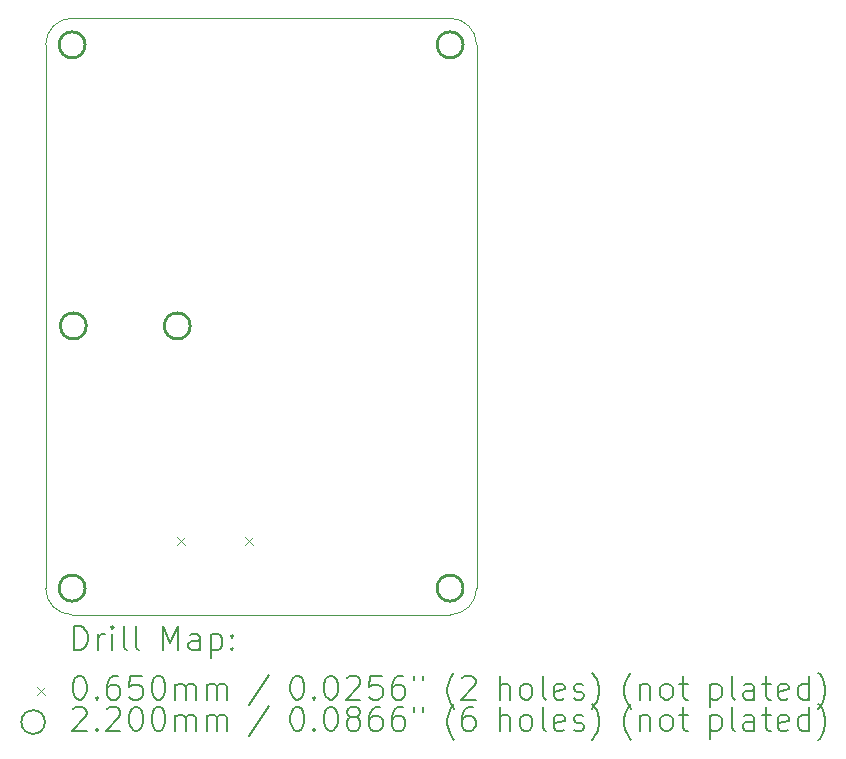
<source format=gbr>
%TF.GenerationSoftware,KiCad,Pcbnew,(7.0.0)*%
%TF.CreationDate,2023-04-23T17:01:31-07:00*%
%TF.ProjectId,boostdriver-al8853,626f6f73-7464-4726-9976-65722d616c38,1*%
%TF.SameCoordinates,Original*%
%TF.FileFunction,Drillmap*%
%TF.FilePolarity,Positive*%
%FSLAX45Y45*%
G04 Gerber Fmt 4.5, Leading zero omitted, Abs format (unit mm)*
G04 Created by KiCad (PCBNEW (7.0.0)) date 2023-04-23 17:01:31*
%MOMM*%
%LPD*%
G01*
G04 APERTURE LIST*
%ADD10C,0.100000*%
%ADD11C,0.200000*%
%ADD12C,0.065000*%
%ADD13C,0.220000*%
G04 APERTURE END LIST*
D10*
X13600000Y-6175000D02*
G75*
G03*
X13375000Y-6400000I0J-225000D01*
G01*
X17025000Y-11000000D02*
X17025000Y-6400000D01*
X17025000Y-6400000D02*
G75*
G03*
X16800000Y-6175000I-225000J0D01*
G01*
X16800000Y-11225000D02*
X13600000Y-11225000D01*
X16800000Y-11225000D02*
G75*
G03*
X17025000Y-11000000I0J225000D01*
G01*
X16800000Y-6175000D02*
X13600000Y-6175000D01*
X13375000Y-11000000D02*
G75*
G03*
X13600000Y-11225000I225000J0D01*
G01*
X13375000Y-11000000D02*
X13375000Y-6400000D01*
D11*
D12*
X14488500Y-10567000D02*
X14553500Y-10632000D01*
X14553500Y-10567000D02*
X14488500Y-10632000D01*
X15066500Y-10567000D02*
X15131500Y-10632000D01*
X15131500Y-10567000D02*
X15066500Y-10632000D01*
D13*
X13710000Y-6400000D02*
G75*
G03*
X13710000Y-6400000I-110000J0D01*
G01*
X13710000Y-11000000D02*
G75*
G03*
X13710000Y-11000000I-110000J0D01*
G01*
X13720000Y-8780000D02*
G75*
G03*
X13720000Y-8780000I-110000J0D01*
G01*
X14600000Y-8780000D02*
G75*
G03*
X14600000Y-8780000I-110000J0D01*
G01*
X16910000Y-6400000D02*
G75*
G03*
X16910000Y-6400000I-110000J0D01*
G01*
X16910000Y-11000000D02*
G75*
G03*
X16910000Y-11000000I-110000J0D01*
G01*
D11*
X13617619Y-11523476D02*
X13617619Y-11323476D01*
X13617619Y-11323476D02*
X13665238Y-11323476D01*
X13665238Y-11323476D02*
X13693809Y-11333000D01*
X13693809Y-11333000D02*
X13712857Y-11352048D01*
X13712857Y-11352048D02*
X13722381Y-11371095D01*
X13722381Y-11371095D02*
X13731905Y-11409190D01*
X13731905Y-11409190D02*
X13731905Y-11437762D01*
X13731905Y-11437762D02*
X13722381Y-11475857D01*
X13722381Y-11475857D02*
X13712857Y-11494905D01*
X13712857Y-11494905D02*
X13693809Y-11513952D01*
X13693809Y-11513952D02*
X13665238Y-11523476D01*
X13665238Y-11523476D02*
X13617619Y-11523476D01*
X13817619Y-11523476D02*
X13817619Y-11390143D01*
X13817619Y-11428238D02*
X13827143Y-11409190D01*
X13827143Y-11409190D02*
X13836667Y-11399667D01*
X13836667Y-11399667D02*
X13855714Y-11390143D01*
X13855714Y-11390143D02*
X13874762Y-11390143D01*
X13941428Y-11523476D02*
X13941428Y-11390143D01*
X13941428Y-11323476D02*
X13931905Y-11333000D01*
X13931905Y-11333000D02*
X13941428Y-11342524D01*
X13941428Y-11342524D02*
X13950952Y-11333000D01*
X13950952Y-11333000D02*
X13941428Y-11323476D01*
X13941428Y-11323476D02*
X13941428Y-11342524D01*
X14065238Y-11523476D02*
X14046190Y-11513952D01*
X14046190Y-11513952D02*
X14036667Y-11494905D01*
X14036667Y-11494905D02*
X14036667Y-11323476D01*
X14170000Y-11523476D02*
X14150952Y-11513952D01*
X14150952Y-11513952D02*
X14141428Y-11494905D01*
X14141428Y-11494905D02*
X14141428Y-11323476D01*
X14366190Y-11523476D02*
X14366190Y-11323476D01*
X14366190Y-11323476D02*
X14432857Y-11466333D01*
X14432857Y-11466333D02*
X14499524Y-11323476D01*
X14499524Y-11323476D02*
X14499524Y-11523476D01*
X14680476Y-11523476D02*
X14680476Y-11418714D01*
X14680476Y-11418714D02*
X14670952Y-11399667D01*
X14670952Y-11399667D02*
X14651905Y-11390143D01*
X14651905Y-11390143D02*
X14613809Y-11390143D01*
X14613809Y-11390143D02*
X14594762Y-11399667D01*
X14680476Y-11513952D02*
X14661428Y-11523476D01*
X14661428Y-11523476D02*
X14613809Y-11523476D01*
X14613809Y-11523476D02*
X14594762Y-11513952D01*
X14594762Y-11513952D02*
X14585238Y-11494905D01*
X14585238Y-11494905D02*
X14585238Y-11475857D01*
X14585238Y-11475857D02*
X14594762Y-11456809D01*
X14594762Y-11456809D02*
X14613809Y-11447286D01*
X14613809Y-11447286D02*
X14661428Y-11447286D01*
X14661428Y-11447286D02*
X14680476Y-11437762D01*
X14775714Y-11390143D02*
X14775714Y-11590143D01*
X14775714Y-11399667D02*
X14794762Y-11390143D01*
X14794762Y-11390143D02*
X14832857Y-11390143D01*
X14832857Y-11390143D02*
X14851905Y-11399667D01*
X14851905Y-11399667D02*
X14861428Y-11409190D01*
X14861428Y-11409190D02*
X14870952Y-11428238D01*
X14870952Y-11428238D02*
X14870952Y-11485381D01*
X14870952Y-11485381D02*
X14861428Y-11504428D01*
X14861428Y-11504428D02*
X14851905Y-11513952D01*
X14851905Y-11513952D02*
X14832857Y-11523476D01*
X14832857Y-11523476D02*
X14794762Y-11523476D01*
X14794762Y-11523476D02*
X14775714Y-11513952D01*
X14956667Y-11504428D02*
X14966190Y-11513952D01*
X14966190Y-11513952D02*
X14956667Y-11523476D01*
X14956667Y-11523476D02*
X14947143Y-11513952D01*
X14947143Y-11513952D02*
X14956667Y-11504428D01*
X14956667Y-11504428D02*
X14956667Y-11523476D01*
X14956667Y-11399667D02*
X14966190Y-11409190D01*
X14966190Y-11409190D02*
X14956667Y-11418714D01*
X14956667Y-11418714D02*
X14947143Y-11409190D01*
X14947143Y-11409190D02*
X14956667Y-11399667D01*
X14956667Y-11399667D02*
X14956667Y-11418714D01*
D12*
X13305000Y-11837500D02*
X13370000Y-11902500D01*
X13370000Y-11837500D02*
X13305000Y-11902500D01*
D11*
X13655714Y-11743476D02*
X13674762Y-11743476D01*
X13674762Y-11743476D02*
X13693809Y-11753000D01*
X13693809Y-11753000D02*
X13703333Y-11762524D01*
X13703333Y-11762524D02*
X13712857Y-11781571D01*
X13712857Y-11781571D02*
X13722381Y-11819667D01*
X13722381Y-11819667D02*
X13722381Y-11867286D01*
X13722381Y-11867286D02*
X13712857Y-11905381D01*
X13712857Y-11905381D02*
X13703333Y-11924428D01*
X13703333Y-11924428D02*
X13693809Y-11933952D01*
X13693809Y-11933952D02*
X13674762Y-11943476D01*
X13674762Y-11943476D02*
X13655714Y-11943476D01*
X13655714Y-11943476D02*
X13636667Y-11933952D01*
X13636667Y-11933952D02*
X13627143Y-11924428D01*
X13627143Y-11924428D02*
X13617619Y-11905381D01*
X13617619Y-11905381D02*
X13608095Y-11867286D01*
X13608095Y-11867286D02*
X13608095Y-11819667D01*
X13608095Y-11819667D02*
X13617619Y-11781571D01*
X13617619Y-11781571D02*
X13627143Y-11762524D01*
X13627143Y-11762524D02*
X13636667Y-11753000D01*
X13636667Y-11753000D02*
X13655714Y-11743476D01*
X13808095Y-11924428D02*
X13817619Y-11933952D01*
X13817619Y-11933952D02*
X13808095Y-11943476D01*
X13808095Y-11943476D02*
X13798571Y-11933952D01*
X13798571Y-11933952D02*
X13808095Y-11924428D01*
X13808095Y-11924428D02*
X13808095Y-11943476D01*
X13989048Y-11743476D02*
X13950952Y-11743476D01*
X13950952Y-11743476D02*
X13931905Y-11753000D01*
X13931905Y-11753000D02*
X13922381Y-11762524D01*
X13922381Y-11762524D02*
X13903333Y-11791095D01*
X13903333Y-11791095D02*
X13893809Y-11829190D01*
X13893809Y-11829190D02*
X13893809Y-11905381D01*
X13893809Y-11905381D02*
X13903333Y-11924428D01*
X13903333Y-11924428D02*
X13912857Y-11933952D01*
X13912857Y-11933952D02*
X13931905Y-11943476D01*
X13931905Y-11943476D02*
X13970000Y-11943476D01*
X13970000Y-11943476D02*
X13989048Y-11933952D01*
X13989048Y-11933952D02*
X13998571Y-11924428D01*
X13998571Y-11924428D02*
X14008095Y-11905381D01*
X14008095Y-11905381D02*
X14008095Y-11857762D01*
X14008095Y-11857762D02*
X13998571Y-11838714D01*
X13998571Y-11838714D02*
X13989048Y-11829190D01*
X13989048Y-11829190D02*
X13970000Y-11819667D01*
X13970000Y-11819667D02*
X13931905Y-11819667D01*
X13931905Y-11819667D02*
X13912857Y-11829190D01*
X13912857Y-11829190D02*
X13903333Y-11838714D01*
X13903333Y-11838714D02*
X13893809Y-11857762D01*
X14189048Y-11743476D02*
X14093809Y-11743476D01*
X14093809Y-11743476D02*
X14084286Y-11838714D01*
X14084286Y-11838714D02*
X14093809Y-11829190D01*
X14093809Y-11829190D02*
X14112857Y-11819667D01*
X14112857Y-11819667D02*
X14160476Y-11819667D01*
X14160476Y-11819667D02*
X14179524Y-11829190D01*
X14179524Y-11829190D02*
X14189048Y-11838714D01*
X14189048Y-11838714D02*
X14198571Y-11857762D01*
X14198571Y-11857762D02*
X14198571Y-11905381D01*
X14198571Y-11905381D02*
X14189048Y-11924428D01*
X14189048Y-11924428D02*
X14179524Y-11933952D01*
X14179524Y-11933952D02*
X14160476Y-11943476D01*
X14160476Y-11943476D02*
X14112857Y-11943476D01*
X14112857Y-11943476D02*
X14093809Y-11933952D01*
X14093809Y-11933952D02*
X14084286Y-11924428D01*
X14322381Y-11743476D02*
X14341429Y-11743476D01*
X14341429Y-11743476D02*
X14360476Y-11753000D01*
X14360476Y-11753000D02*
X14370000Y-11762524D01*
X14370000Y-11762524D02*
X14379524Y-11781571D01*
X14379524Y-11781571D02*
X14389048Y-11819667D01*
X14389048Y-11819667D02*
X14389048Y-11867286D01*
X14389048Y-11867286D02*
X14379524Y-11905381D01*
X14379524Y-11905381D02*
X14370000Y-11924428D01*
X14370000Y-11924428D02*
X14360476Y-11933952D01*
X14360476Y-11933952D02*
X14341429Y-11943476D01*
X14341429Y-11943476D02*
X14322381Y-11943476D01*
X14322381Y-11943476D02*
X14303333Y-11933952D01*
X14303333Y-11933952D02*
X14293809Y-11924428D01*
X14293809Y-11924428D02*
X14284286Y-11905381D01*
X14284286Y-11905381D02*
X14274762Y-11867286D01*
X14274762Y-11867286D02*
X14274762Y-11819667D01*
X14274762Y-11819667D02*
X14284286Y-11781571D01*
X14284286Y-11781571D02*
X14293809Y-11762524D01*
X14293809Y-11762524D02*
X14303333Y-11753000D01*
X14303333Y-11753000D02*
X14322381Y-11743476D01*
X14474762Y-11943476D02*
X14474762Y-11810143D01*
X14474762Y-11829190D02*
X14484286Y-11819667D01*
X14484286Y-11819667D02*
X14503333Y-11810143D01*
X14503333Y-11810143D02*
X14531905Y-11810143D01*
X14531905Y-11810143D02*
X14550952Y-11819667D01*
X14550952Y-11819667D02*
X14560476Y-11838714D01*
X14560476Y-11838714D02*
X14560476Y-11943476D01*
X14560476Y-11838714D02*
X14570000Y-11819667D01*
X14570000Y-11819667D02*
X14589048Y-11810143D01*
X14589048Y-11810143D02*
X14617619Y-11810143D01*
X14617619Y-11810143D02*
X14636667Y-11819667D01*
X14636667Y-11819667D02*
X14646190Y-11838714D01*
X14646190Y-11838714D02*
X14646190Y-11943476D01*
X14741429Y-11943476D02*
X14741429Y-11810143D01*
X14741429Y-11829190D02*
X14750952Y-11819667D01*
X14750952Y-11819667D02*
X14770000Y-11810143D01*
X14770000Y-11810143D02*
X14798571Y-11810143D01*
X14798571Y-11810143D02*
X14817619Y-11819667D01*
X14817619Y-11819667D02*
X14827143Y-11838714D01*
X14827143Y-11838714D02*
X14827143Y-11943476D01*
X14827143Y-11838714D02*
X14836667Y-11819667D01*
X14836667Y-11819667D02*
X14855714Y-11810143D01*
X14855714Y-11810143D02*
X14884286Y-11810143D01*
X14884286Y-11810143D02*
X14903333Y-11819667D01*
X14903333Y-11819667D02*
X14912857Y-11838714D01*
X14912857Y-11838714D02*
X14912857Y-11943476D01*
X15270952Y-11733952D02*
X15099524Y-11991095D01*
X15495714Y-11743476D02*
X15514762Y-11743476D01*
X15514762Y-11743476D02*
X15533810Y-11753000D01*
X15533810Y-11753000D02*
X15543333Y-11762524D01*
X15543333Y-11762524D02*
X15552857Y-11781571D01*
X15552857Y-11781571D02*
X15562381Y-11819667D01*
X15562381Y-11819667D02*
X15562381Y-11867286D01*
X15562381Y-11867286D02*
X15552857Y-11905381D01*
X15552857Y-11905381D02*
X15543333Y-11924428D01*
X15543333Y-11924428D02*
X15533810Y-11933952D01*
X15533810Y-11933952D02*
X15514762Y-11943476D01*
X15514762Y-11943476D02*
X15495714Y-11943476D01*
X15495714Y-11943476D02*
X15476667Y-11933952D01*
X15476667Y-11933952D02*
X15467143Y-11924428D01*
X15467143Y-11924428D02*
X15457619Y-11905381D01*
X15457619Y-11905381D02*
X15448095Y-11867286D01*
X15448095Y-11867286D02*
X15448095Y-11819667D01*
X15448095Y-11819667D02*
X15457619Y-11781571D01*
X15457619Y-11781571D02*
X15467143Y-11762524D01*
X15467143Y-11762524D02*
X15476667Y-11753000D01*
X15476667Y-11753000D02*
X15495714Y-11743476D01*
X15648095Y-11924428D02*
X15657619Y-11933952D01*
X15657619Y-11933952D02*
X15648095Y-11943476D01*
X15648095Y-11943476D02*
X15638571Y-11933952D01*
X15638571Y-11933952D02*
X15648095Y-11924428D01*
X15648095Y-11924428D02*
X15648095Y-11943476D01*
X15781429Y-11743476D02*
X15800476Y-11743476D01*
X15800476Y-11743476D02*
X15819524Y-11753000D01*
X15819524Y-11753000D02*
X15829048Y-11762524D01*
X15829048Y-11762524D02*
X15838571Y-11781571D01*
X15838571Y-11781571D02*
X15848095Y-11819667D01*
X15848095Y-11819667D02*
X15848095Y-11867286D01*
X15848095Y-11867286D02*
X15838571Y-11905381D01*
X15838571Y-11905381D02*
X15829048Y-11924428D01*
X15829048Y-11924428D02*
X15819524Y-11933952D01*
X15819524Y-11933952D02*
X15800476Y-11943476D01*
X15800476Y-11943476D02*
X15781429Y-11943476D01*
X15781429Y-11943476D02*
X15762381Y-11933952D01*
X15762381Y-11933952D02*
X15752857Y-11924428D01*
X15752857Y-11924428D02*
X15743333Y-11905381D01*
X15743333Y-11905381D02*
X15733810Y-11867286D01*
X15733810Y-11867286D02*
X15733810Y-11819667D01*
X15733810Y-11819667D02*
X15743333Y-11781571D01*
X15743333Y-11781571D02*
X15752857Y-11762524D01*
X15752857Y-11762524D02*
X15762381Y-11753000D01*
X15762381Y-11753000D02*
X15781429Y-11743476D01*
X15924286Y-11762524D02*
X15933810Y-11753000D01*
X15933810Y-11753000D02*
X15952857Y-11743476D01*
X15952857Y-11743476D02*
X16000476Y-11743476D01*
X16000476Y-11743476D02*
X16019524Y-11753000D01*
X16019524Y-11753000D02*
X16029048Y-11762524D01*
X16029048Y-11762524D02*
X16038571Y-11781571D01*
X16038571Y-11781571D02*
X16038571Y-11800619D01*
X16038571Y-11800619D02*
X16029048Y-11829190D01*
X16029048Y-11829190D02*
X15914762Y-11943476D01*
X15914762Y-11943476D02*
X16038571Y-11943476D01*
X16219524Y-11743476D02*
X16124286Y-11743476D01*
X16124286Y-11743476D02*
X16114762Y-11838714D01*
X16114762Y-11838714D02*
X16124286Y-11829190D01*
X16124286Y-11829190D02*
X16143333Y-11819667D01*
X16143333Y-11819667D02*
X16190952Y-11819667D01*
X16190952Y-11819667D02*
X16210000Y-11829190D01*
X16210000Y-11829190D02*
X16219524Y-11838714D01*
X16219524Y-11838714D02*
X16229048Y-11857762D01*
X16229048Y-11857762D02*
X16229048Y-11905381D01*
X16229048Y-11905381D02*
X16219524Y-11924428D01*
X16219524Y-11924428D02*
X16210000Y-11933952D01*
X16210000Y-11933952D02*
X16190952Y-11943476D01*
X16190952Y-11943476D02*
X16143333Y-11943476D01*
X16143333Y-11943476D02*
X16124286Y-11933952D01*
X16124286Y-11933952D02*
X16114762Y-11924428D01*
X16400476Y-11743476D02*
X16362381Y-11743476D01*
X16362381Y-11743476D02*
X16343333Y-11753000D01*
X16343333Y-11753000D02*
X16333810Y-11762524D01*
X16333810Y-11762524D02*
X16314762Y-11791095D01*
X16314762Y-11791095D02*
X16305238Y-11829190D01*
X16305238Y-11829190D02*
X16305238Y-11905381D01*
X16305238Y-11905381D02*
X16314762Y-11924428D01*
X16314762Y-11924428D02*
X16324286Y-11933952D01*
X16324286Y-11933952D02*
X16343333Y-11943476D01*
X16343333Y-11943476D02*
X16381429Y-11943476D01*
X16381429Y-11943476D02*
X16400476Y-11933952D01*
X16400476Y-11933952D02*
X16410000Y-11924428D01*
X16410000Y-11924428D02*
X16419524Y-11905381D01*
X16419524Y-11905381D02*
X16419524Y-11857762D01*
X16419524Y-11857762D02*
X16410000Y-11838714D01*
X16410000Y-11838714D02*
X16400476Y-11829190D01*
X16400476Y-11829190D02*
X16381429Y-11819667D01*
X16381429Y-11819667D02*
X16343333Y-11819667D01*
X16343333Y-11819667D02*
X16324286Y-11829190D01*
X16324286Y-11829190D02*
X16314762Y-11838714D01*
X16314762Y-11838714D02*
X16305238Y-11857762D01*
X16495714Y-11743476D02*
X16495714Y-11781571D01*
X16571905Y-11743476D02*
X16571905Y-11781571D01*
X16834762Y-12019667D02*
X16825238Y-12010143D01*
X16825238Y-12010143D02*
X16806191Y-11981571D01*
X16806191Y-11981571D02*
X16796667Y-11962524D01*
X16796667Y-11962524D02*
X16787143Y-11933952D01*
X16787143Y-11933952D02*
X16777619Y-11886333D01*
X16777619Y-11886333D02*
X16777619Y-11848238D01*
X16777619Y-11848238D02*
X16787143Y-11800619D01*
X16787143Y-11800619D02*
X16796667Y-11772048D01*
X16796667Y-11772048D02*
X16806191Y-11753000D01*
X16806191Y-11753000D02*
X16825238Y-11724428D01*
X16825238Y-11724428D02*
X16834762Y-11714905D01*
X16901429Y-11762524D02*
X16910953Y-11753000D01*
X16910953Y-11753000D02*
X16930000Y-11743476D01*
X16930000Y-11743476D02*
X16977619Y-11743476D01*
X16977619Y-11743476D02*
X16996667Y-11753000D01*
X16996667Y-11753000D02*
X17006191Y-11762524D01*
X17006191Y-11762524D02*
X17015714Y-11781571D01*
X17015714Y-11781571D02*
X17015714Y-11800619D01*
X17015714Y-11800619D02*
X17006191Y-11829190D01*
X17006191Y-11829190D02*
X16891905Y-11943476D01*
X16891905Y-11943476D02*
X17015714Y-11943476D01*
X17221429Y-11943476D02*
X17221429Y-11743476D01*
X17307143Y-11943476D02*
X17307143Y-11838714D01*
X17307143Y-11838714D02*
X17297619Y-11819667D01*
X17297619Y-11819667D02*
X17278572Y-11810143D01*
X17278572Y-11810143D02*
X17250000Y-11810143D01*
X17250000Y-11810143D02*
X17230953Y-11819667D01*
X17230953Y-11819667D02*
X17221429Y-11829190D01*
X17430953Y-11943476D02*
X17411905Y-11933952D01*
X17411905Y-11933952D02*
X17402381Y-11924428D01*
X17402381Y-11924428D02*
X17392857Y-11905381D01*
X17392857Y-11905381D02*
X17392857Y-11848238D01*
X17392857Y-11848238D02*
X17402381Y-11829190D01*
X17402381Y-11829190D02*
X17411905Y-11819667D01*
X17411905Y-11819667D02*
X17430953Y-11810143D01*
X17430953Y-11810143D02*
X17459524Y-11810143D01*
X17459524Y-11810143D02*
X17478572Y-11819667D01*
X17478572Y-11819667D02*
X17488095Y-11829190D01*
X17488095Y-11829190D02*
X17497619Y-11848238D01*
X17497619Y-11848238D02*
X17497619Y-11905381D01*
X17497619Y-11905381D02*
X17488095Y-11924428D01*
X17488095Y-11924428D02*
X17478572Y-11933952D01*
X17478572Y-11933952D02*
X17459524Y-11943476D01*
X17459524Y-11943476D02*
X17430953Y-11943476D01*
X17611905Y-11943476D02*
X17592857Y-11933952D01*
X17592857Y-11933952D02*
X17583334Y-11914905D01*
X17583334Y-11914905D02*
X17583334Y-11743476D01*
X17764286Y-11933952D02*
X17745238Y-11943476D01*
X17745238Y-11943476D02*
X17707143Y-11943476D01*
X17707143Y-11943476D02*
X17688095Y-11933952D01*
X17688095Y-11933952D02*
X17678572Y-11914905D01*
X17678572Y-11914905D02*
X17678572Y-11838714D01*
X17678572Y-11838714D02*
X17688095Y-11819667D01*
X17688095Y-11819667D02*
X17707143Y-11810143D01*
X17707143Y-11810143D02*
X17745238Y-11810143D01*
X17745238Y-11810143D02*
X17764286Y-11819667D01*
X17764286Y-11819667D02*
X17773810Y-11838714D01*
X17773810Y-11838714D02*
X17773810Y-11857762D01*
X17773810Y-11857762D02*
X17678572Y-11876809D01*
X17850000Y-11933952D02*
X17869048Y-11943476D01*
X17869048Y-11943476D02*
X17907143Y-11943476D01*
X17907143Y-11943476D02*
X17926191Y-11933952D01*
X17926191Y-11933952D02*
X17935715Y-11914905D01*
X17935715Y-11914905D02*
X17935715Y-11905381D01*
X17935715Y-11905381D02*
X17926191Y-11886333D01*
X17926191Y-11886333D02*
X17907143Y-11876809D01*
X17907143Y-11876809D02*
X17878572Y-11876809D01*
X17878572Y-11876809D02*
X17859524Y-11867286D01*
X17859524Y-11867286D02*
X17850000Y-11848238D01*
X17850000Y-11848238D02*
X17850000Y-11838714D01*
X17850000Y-11838714D02*
X17859524Y-11819667D01*
X17859524Y-11819667D02*
X17878572Y-11810143D01*
X17878572Y-11810143D02*
X17907143Y-11810143D01*
X17907143Y-11810143D02*
X17926191Y-11819667D01*
X18002381Y-12019667D02*
X18011905Y-12010143D01*
X18011905Y-12010143D02*
X18030953Y-11981571D01*
X18030953Y-11981571D02*
X18040476Y-11962524D01*
X18040476Y-11962524D02*
X18050000Y-11933952D01*
X18050000Y-11933952D02*
X18059524Y-11886333D01*
X18059524Y-11886333D02*
X18059524Y-11848238D01*
X18059524Y-11848238D02*
X18050000Y-11800619D01*
X18050000Y-11800619D02*
X18040476Y-11772048D01*
X18040476Y-11772048D02*
X18030953Y-11753000D01*
X18030953Y-11753000D02*
X18011905Y-11724428D01*
X18011905Y-11724428D02*
X18002381Y-11714905D01*
X18331905Y-12019667D02*
X18322381Y-12010143D01*
X18322381Y-12010143D02*
X18303334Y-11981571D01*
X18303334Y-11981571D02*
X18293810Y-11962524D01*
X18293810Y-11962524D02*
X18284286Y-11933952D01*
X18284286Y-11933952D02*
X18274762Y-11886333D01*
X18274762Y-11886333D02*
X18274762Y-11848238D01*
X18274762Y-11848238D02*
X18284286Y-11800619D01*
X18284286Y-11800619D02*
X18293810Y-11772048D01*
X18293810Y-11772048D02*
X18303334Y-11753000D01*
X18303334Y-11753000D02*
X18322381Y-11724428D01*
X18322381Y-11724428D02*
X18331905Y-11714905D01*
X18408095Y-11810143D02*
X18408095Y-11943476D01*
X18408095Y-11829190D02*
X18417619Y-11819667D01*
X18417619Y-11819667D02*
X18436667Y-11810143D01*
X18436667Y-11810143D02*
X18465238Y-11810143D01*
X18465238Y-11810143D02*
X18484286Y-11819667D01*
X18484286Y-11819667D02*
X18493810Y-11838714D01*
X18493810Y-11838714D02*
X18493810Y-11943476D01*
X18617619Y-11943476D02*
X18598572Y-11933952D01*
X18598572Y-11933952D02*
X18589048Y-11924428D01*
X18589048Y-11924428D02*
X18579524Y-11905381D01*
X18579524Y-11905381D02*
X18579524Y-11848238D01*
X18579524Y-11848238D02*
X18589048Y-11829190D01*
X18589048Y-11829190D02*
X18598572Y-11819667D01*
X18598572Y-11819667D02*
X18617619Y-11810143D01*
X18617619Y-11810143D02*
X18646191Y-11810143D01*
X18646191Y-11810143D02*
X18665238Y-11819667D01*
X18665238Y-11819667D02*
X18674762Y-11829190D01*
X18674762Y-11829190D02*
X18684286Y-11848238D01*
X18684286Y-11848238D02*
X18684286Y-11905381D01*
X18684286Y-11905381D02*
X18674762Y-11924428D01*
X18674762Y-11924428D02*
X18665238Y-11933952D01*
X18665238Y-11933952D02*
X18646191Y-11943476D01*
X18646191Y-11943476D02*
X18617619Y-11943476D01*
X18741429Y-11810143D02*
X18817619Y-11810143D01*
X18770000Y-11743476D02*
X18770000Y-11914905D01*
X18770000Y-11914905D02*
X18779524Y-11933952D01*
X18779524Y-11933952D02*
X18798572Y-11943476D01*
X18798572Y-11943476D02*
X18817619Y-11943476D01*
X19004286Y-11810143D02*
X19004286Y-12010143D01*
X19004286Y-11819667D02*
X19023334Y-11810143D01*
X19023334Y-11810143D02*
X19061429Y-11810143D01*
X19061429Y-11810143D02*
X19080476Y-11819667D01*
X19080476Y-11819667D02*
X19090000Y-11829190D01*
X19090000Y-11829190D02*
X19099524Y-11848238D01*
X19099524Y-11848238D02*
X19099524Y-11905381D01*
X19099524Y-11905381D02*
X19090000Y-11924428D01*
X19090000Y-11924428D02*
X19080476Y-11933952D01*
X19080476Y-11933952D02*
X19061429Y-11943476D01*
X19061429Y-11943476D02*
X19023334Y-11943476D01*
X19023334Y-11943476D02*
X19004286Y-11933952D01*
X19213810Y-11943476D02*
X19194762Y-11933952D01*
X19194762Y-11933952D02*
X19185238Y-11914905D01*
X19185238Y-11914905D02*
X19185238Y-11743476D01*
X19375715Y-11943476D02*
X19375715Y-11838714D01*
X19375715Y-11838714D02*
X19366191Y-11819667D01*
X19366191Y-11819667D02*
X19347143Y-11810143D01*
X19347143Y-11810143D02*
X19309048Y-11810143D01*
X19309048Y-11810143D02*
X19290000Y-11819667D01*
X19375715Y-11933952D02*
X19356667Y-11943476D01*
X19356667Y-11943476D02*
X19309048Y-11943476D01*
X19309048Y-11943476D02*
X19290000Y-11933952D01*
X19290000Y-11933952D02*
X19280476Y-11914905D01*
X19280476Y-11914905D02*
X19280476Y-11895857D01*
X19280476Y-11895857D02*
X19290000Y-11876809D01*
X19290000Y-11876809D02*
X19309048Y-11867286D01*
X19309048Y-11867286D02*
X19356667Y-11867286D01*
X19356667Y-11867286D02*
X19375715Y-11857762D01*
X19442381Y-11810143D02*
X19518572Y-11810143D01*
X19470953Y-11743476D02*
X19470953Y-11914905D01*
X19470953Y-11914905D02*
X19480476Y-11933952D01*
X19480476Y-11933952D02*
X19499524Y-11943476D01*
X19499524Y-11943476D02*
X19518572Y-11943476D01*
X19661429Y-11933952D02*
X19642381Y-11943476D01*
X19642381Y-11943476D02*
X19604286Y-11943476D01*
X19604286Y-11943476D02*
X19585238Y-11933952D01*
X19585238Y-11933952D02*
X19575715Y-11914905D01*
X19575715Y-11914905D02*
X19575715Y-11838714D01*
X19575715Y-11838714D02*
X19585238Y-11819667D01*
X19585238Y-11819667D02*
X19604286Y-11810143D01*
X19604286Y-11810143D02*
X19642381Y-11810143D01*
X19642381Y-11810143D02*
X19661429Y-11819667D01*
X19661429Y-11819667D02*
X19670953Y-11838714D01*
X19670953Y-11838714D02*
X19670953Y-11857762D01*
X19670953Y-11857762D02*
X19575715Y-11876809D01*
X19842381Y-11943476D02*
X19842381Y-11743476D01*
X19842381Y-11933952D02*
X19823334Y-11943476D01*
X19823334Y-11943476D02*
X19785238Y-11943476D01*
X19785238Y-11943476D02*
X19766191Y-11933952D01*
X19766191Y-11933952D02*
X19756667Y-11924428D01*
X19756667Y-11924428D02*
X19747143Y-11905381D01*
X19747143Y-11905381D02*
X19747143Y-11848238D01*
X19747143Y-11848238D02*
X19756667Y-11829190D01*
X19756667Y-11829190D02*
X19766191Y-11819667D01*
X19766191Y-11819667D02*
X19785238Y-11810143D01*
X19785238Y-11810143D02*
X19823334Y-11810143D01*
X19823334Y-11810143D02*
X19842381Y-11819667D01*
X19918572Y-12019667D02*
X19928096Y-12010143D01*
X19928096Y-12010143D02*
X19947143Y-11981571D01*
X19947143Y-11981571D02*
X19956667Y-11962524D01*
X19956667Y-11962524D02*
X19966191Y-11933952D01*
X19966191Y-11933952D02*
X19975715Y-11886333D01*
X19975715Y-11886333D02*
X19975715Y-11848238D01*
X19975715Y-11848238D02*
X19966191Y-11800619D01*
X19966191Y-11800619D02*
X19956667Y-11772048D01*
X19956667Y-11772048D02*
X19947143Y-11753000D01*
X19947143Y-11753000D02*
X19928096Y-11724428D01*
X19928096Y-11724428D02*
X19918572Y-11714905D01*
X13370000Y-12134000D02*
G75*
G03*
X13370000Y-12134000I-100000J0D01*
G01*
X13608095Y-12026524D02*
X13617619Y-12017000D01*
X13617619Y-12017000D02*
X13636667Y-12007476D01*
X13636667Y-12007476D02*
X13684286Y-12007476D01*
X13684286Y-12007476D02*
X13703333Y-12017000D01*
X13703333Y-12017000D02*
X13712857Y-12026524D01*
X13712857Y-12026524D02*
X13722381Y-12045571D01*
X13722381Y-12045571D02*
X13722381Y-12064619D01*
X13722381Y-12064619D02*
X13712857Y-12093190D01*
X13712857Y-12093190D02*
X13598571Y-12207476D01*
X13598571Y-12207476D02*
X13722381Y-12207476D01*
X13808095Y-12188428D02*
X13817619Y-12197952D01*
X13817619Y-12197952D02*
X13808095Y-12207476D01*
X13808095Y-12207476D02*
X13798571Y-12197952D01*
X13798571Y-12197952D02*
X13808095Y-12188428D01*
X13808095Y-12188428D02*
X13808095Y-12207476D01*
X13893809Y-12026524D02*
X13903333Y-12017000D01*
X13903333Y-12017000D02*
X13922381Y-12007476D01*
X13922381Y-12007476D02*
X13970000Y-12007476D01*
X13970000Y-12007476D02*
X13989048Y-12017000D01*
X13989048Y-12017000D02*
X13998571Y-12026524D01*
X13998571Y-12026524D02*
X14008095Y-12045571D01*
X14008095Y-12045571D02*
X14008095Y-12064619D01*
X14008095Y-12064619D02*
X13998571Y-12093190D01*
X13998571Y-12093190D02*
X13884286Y-12207476D01*
X13884286Y-12207476D02*
X14008095Y-12207476D01*
X14131905Y-12007476D02*
X14150952Y-12007476D01*
X14150952Y-12007476D02*
X14170000Y-12017000D01*
X14170000Y-12017000D02*
X14179524Y-12026524D01*
X14179524Y-12026524D02*
X14189048Y-12045571D01*
X14189048Y-12045571D02*
X14198571Y-12083667D01*
X14198571Y-12083667D02*
X14198571Y-12131286D01*
X14198571Y-12131286D02*
X14189048Y-12169381D01*
X14189048Y-12169381D02*
X14179524Y-12188428D01*
X14179524Y-12188428D02*
X14170000Y-12197952D01*
X14170000Y-12197952D02*
X14150952Y-12207476D01*
X14150952Y-12207476D02*
X14131905Y-12207476D01*
X14131905Y-12207476D02*
X14112857Y-12197952D01*
X14112857Y-12197952D02*
X14103333Y-12188428D01*
X14103333Y-12188428D02*
X14093809Y-12169381D01*
X14093809Y-12169381D02*
X14084286Y-12131286D01*
X14084286Y-12131286D02*
X14084286Y-12083667D01*
X14084286Y-12083667D02*
X14093809Y-12045571D01*
X14093809Y-12045571D02*
X14103333Y-12026524D01*
X14103333Y-12026524D02*
X14112857Y-12017000D01*
X14112857Y-12017000D02*
X14131905Y-12007476D01*
X14322381Y-12007476D02*
X14341429Y-12007476D01*
X14341429Y-12007476D02*
X14360476Y-12017000D01*
X14360476Y-12017000D02*
X14370000Y-12026524D01*
X14370000Y-12026524D02*
X14379524Y-12045571D01*
X14379524Y-12045571D02*
X14389048Y-12083667D01*
X14389048Y-12083667D02*
X14389048Y-12131286D01*
X14389048Y-12131286D02*
X14379524Y-12169381D01*
X14379524Y-12169381D02*
X14370000Y-12188428D01*
X14370000Y-12188428D02*
X14360476Y-12197952D01*
X14360476Y-12197952D02*
X14341429Y-12207476D01*
X14341429Y-12207476D02*
X14322381Y-12207476D01*
X14322381Y-12207476D02*
X14303333Y-12197952D01*
X14303333Y-12197952D02*
X14293809Y-12188428D01*
X14293809Y-12188428D02*
X14284286Y-12169381D01*
X14284286Y-12169381D02*
X14274762Y-12131286D01*
X14274762Y-12131286D02*
X14274762Y-12083667D01*
X14274762Y-12083667D02*
X14284286Y-12045571D01*
X14284286Y-12045571D02*
X14293809Y-12026524D01*
X14293809Y-12026524D02*
X14303333Y-12017000D01*
X14303333Y-12017000D02*
X14322381Y-12007476D01*
X14474762Y-12207476D02*
X14474762Y-12074143D01*
X14474762Y-12093190D02*
X14484286Y-12083667D01*
X14484286Y-12083667D02*
X14503333Y-12074143D01*
X14503333Y-12074143D02*
X14531905Y-12074143D01*
X14531905Y-12074143D02*
X14550952Y-12083667D01*
X14550952Y-12083667D02*
X14560476Y-12102714D01*
X14560476Y-12102714D02*
X14560476Y-12207476D01*
X14560476Y-12102714D02*
X14570000Y-12083667D01*
X14570000Y-12083667D02*
X14589048Y-12074143D01*
X14589048Y-12074143D02*
X14617619Y-12074143D01*
X14617619Y-12074143D02*
X14636667Y-12083667D01*
X14636667Y-12083667D02*
X14646190Y-12102714D01*
X14646190Y-12102714D02*
X14646190Y-12207476D01*
X14741429Y-12207476D02*
X14741429Y-12074143D01*
X14741429Y-12093190D02*
X14750952Y-12083667D01*
X14750952Y-12083667D02*
X14770000Y-12074143D01*
X14770000Y-12074143D02*
X14798571Y-12074143D01*
X14798571Y-12074143D02*
X14817619Y-12083667D01*
X14817619Y-12083667D02*
X14827143Y-12102714D01*
X14827143Y-12102714D02*
X14827143Y-12207476D01*
X14827143Y-12102714D02*
X14836667Y-12083667D01*
X14836667Y-12083667D02*
X14855714Y-12074143D01*
X14855714Y-12074143D02*
X14884286Y-12074143D01*
X14884286Y-12074143D02*
X14903333Y-12083667D01*
X14903333Y-12083667D02*
X14912857Y-12102714D01*
X14912857Y-12102714D02*
X14912857Y-12207476D01*
X15270952Y-11997952D02*
X15099524Y-12255095D01*
X15495714Y-12007476D02*
X15514762Y-12007476D01*
X15514762Y-12007476D02*
X15533810Y-12017000D01*
X15533810Y-12017000D02*
X15543333Y-12026524D01*
X15543333Y-12026524D02*
X15552857Y-12045571D01*
X15552857Y-12045571D02*
X15562381Y-12083667D01*
X15562381Y-12083667D02*
X15562381Y-12131286D01*
X15562381Y-12131286D02*
X15552857Y-12169381D01*
X15552857Y-12169381D02*
X15543333Y-12188428D01*
X15543333Y-12188428D02*
X15533810Y-12197952D01*
X15533810Y-12197952D02*
X15514762Y-12207476D01*
X15514762Y-12207476D02*
X15495714Y-12207476D01*
X15495714Y-12207476D02*
X15476667Y-12197952D01*
X15476667Y-12197952D02*
X15467143Y-12188428D01*
X15467143Y-12188428D02*
X15457619Y-12169381D01*
X15457619Y-12169381D02*
X15448095Y-12131286D01*
X15448095Y-12131286D02*
X15448095Y-12083667D01*
X15448095Y-12083667D02*
X15457619Y-12045571D01*
X15457619Y-12045571D02*
X15467143Y-12026524D01*
X15467143Y-12026524D02*
X15476667Y-12017000D01*
X15476667Y-12017000D02*
X15495714Y-12007476D01*
X15648095Y-12188428D02*
X15657619Y-12197952D01*
X15657619Y-12197952D02*
X15648095Y-12207476D01*
X15648095Y-12207476D02*
X15638571Y-12197952D01*
X15638571Y-12197952D02*
X15648095Y-12188428D01*
X15648095Y-12188428D02*
X15648095Y-12207476D01*
X15781429Y-12007476D02*
X15800476Y-12007476D01*
X15800476Y-12007476D02*
X15819524Y-12017000D01*
X15819524Y-12017000D02*
X15829048Y-12026524D01*
X15829048Y-12026524D02*
X15838571Y-12045571D01*
X15838571Y-12045571D02*
X15848095Y-12083667D01*
X15848095Y-12083667D02*
X15848095Y-12131286D01*
X15848095Y-12131286D02*
X15838571Y-12169381D01*
X15838571Y-12169381D02*
X15829048Y-12188428D01*
X15829048Y-12188428D02*
X15819524Y-12197952D01*
X15819524Y-12197952D02*
X15800476Y-12207476D01*
X15800476Y-12207476D02*
X15781429Y-12207476D01*
X15781429Y-12207476D02*
X15762381Y-12197952D01*
X15762381Y-12197952D02*
X15752857Y-12188428D01*
X15752857Y-12188428D02*
X15743333Y-12169381D01*
X15743333Y-12169381D02*
X15733810Y-12131286D01*
X15733810Y-12131286D02*
X15733810Y-12083667D01*
X15733810Y-12083667D02*
X15743333Y-12045571D01*
X15743333Y-12045571D02*
X15752857Y-12026524D01*
X15752857Y-12026524D02*
X15762381Y-12017000D01*
X15762381Y-12017000D02*
X15781429Y-12007476D01*
X15962381Y-12093190D02*
X15943333Y-12083667D01*
X15943333Y-12083667D02*
X15933810Y-12074143D01*
X15933810Y-12074143D02*
X15924286Y-12055095D01*
X15924286Y-12055095D02*
X15924286Y-12045571D01*
X15924286Y-12045571D02*
X15933810Y-12026524D01*
X15933810Y-12026524D02*
X15943333Y-12017000D01*
X15943333Y-12017000D02*
X15962381Y-12007476D01*
X15962381Y-12007476D02*
X16000476Y-12007476D01*
X16000476Y-12007476D02*
X16019524Y-12017000D01*
X16019524Y-12017000D02*
X16029048Y-12026524D01*
X16029048Y-12026524D02*
X16038571Y-12045571D01*
X16038571Y-12045571D02*
X16038571Y-12055095D01*
X16038571Y-12055095D02*
X16029048Y-12074143D01*
X16029048Y-12074143D02*
X16019524Y-12083667D01*
X16019524Y-12083667D02*
X16000476Y-12093190D01*
X16000476Y-12093190D02*
X15962381Y-12093190D01*
X15962381Y-12093190D02*
X15943333Y-12102714D01*
X15943333Y-12102714D02*
X15933810Y-12112238D01*
X15933810Y-12112238D02*
X15924286Y-12131286D01*
X15924286Y-12131286D02*
X15924286Y-12169381D01*
X15924286Y-12169381D02*
X15933810Y-12188428D01*
X15933810Y-12188428D02*
X15943333Y-12197952D01*
X15943333Y-12197952D02*
X15962381Y-12207476D01*
X15962381Y-12207476D02*
X16000476Y-12207476D01*
X16000476Y-12207476D02*
X16019524Y-12197952D01*
X16019524Y-12197952D02*
X16029048Y-12188428D01*
X16029048Y-12188428D02*
X16038571Y-12169381D01*
X16038571Y-12169381D02*
X16038571Y-12131286D01*
X16038571Y-12131286D02*
X16029048Y-12112238D01*
X16029048Y-12112238D02*
X16019524Y-12102714D01*
X16019524Y-12102714D02*
X16000476Y-12093190D01*
X16210000Y-12007476D02*
X16171905Y-12007476D01*
X16171905Y-12007476D02*
X16152857Y-12017000D01*
X16152857Y-12017000D02*
X16143333Y-12026524D01*
X16143333Y-12026524D02*
X16124286Y-12055095D01*
X16124286Y-12055095D02*
X16114762Y-12093190D01*
X16114762Y-12093190D02*
X16114762Y-12169381D01*
X16114762Y-12169381D02*
X16124286Y-12188428D01*
X16124286Y-12188428D02*
X16133810Y-12197952D01*
X16133810Y-12197952D02*
X16152857Y-12207476D01*
X16152857Y-12207476D02*
X16190952Y-12207476D01*
X16190952Y-12207476D02*
X16210000Y-12197952D01*
X16210000Y-12197952D02*
X16219524Y-12188428D01*
X16219524Y-12188428D02*
X16229048Y-12169381D01*
X16229048Y-12169381D02*
X16229048Y-12121762D01*
X16229048Y-12121762D02*
X16219524Y-12102714D01*
X16219524Y-12102714D02*
X16210000Y-12093190D01*
X16210000Y-12093190D02*
X16190952Y-12083667D01*
X16190952Y-12083667D02*
X16152857Y-12083667D01*
X16152857Y-12083667D02*
X16133810Y-12093190D01*
X16133810Y-12093190D02*
X16124286Y-12102714D01*
X16124286Y-12102714D02*
X16114762Y-12121762D01*
X16400476Y-12007476D02*
X16362381Y-12007476D01*
X16362381Y-12007476D02*
X16343333Y-12017000D01*
X16343333Y-12017000D02*
X16333810Y-12026524D01*
X16333810Y-12026524D02*
X16314762Y-12055095D01*
X16314762Y-12055095D02*
X16305238Y-12093190D01*
X16305238Y-12093190D02*
X16305238Y-12169381D01*
X16305238Y-12169381D02*
X16314762Y-12188428D01*
X16314762Y-12188428D02*
X16324286Y-12197952D01*
X16324286Y-12197952D02*
X16343333Y-12207476D01*
X16343333Y-12207476D02*
X16381429Y-12207476D01*
X16381429Y-12207476D02*
X16400476Y-12197952D01*
X16400476Y-12197952D02*
X16410000Y-12188428D01*
X16410000Y-12188428D02*
X16419524Y-12169381D01*
X16419524Y-12169381D02*
X16419524Y-12121762D01*
X16419524Y-12121762D02*
X16410000Y-12102714D01*
X16410000Y-12102714D02*
X16400476Y-12093190D01*
X16400476Y-12093190D02*
X16381429Y-12083667D01*
X16381429Y-12083667D02*
X16343333Y-12083667D01*
X16343333Y-12083667D02*
X16324286Y-12093190D01*
X16324286Y-12093190D02*
X16314762Y-12102714D01*
X16314762Y-12102714D02*
X16305238Y-12121762D01*
X16495714Y-12007476D02*
X16495714Y-12045571D01*
X16571905Y-12007476D02*
X16571905Y-12045571D01*
X16834762Y-12283667D02*
X16825238Y-12274143D01*
X16825238Y-12274143D02*
X16806191Y-12245571D01*
X16806191Y-12245571D02*
X16796667Y-12226524D01*
X16796667Y-12226524D02*
X16787143Y-12197952D01*
X16787143Y-12197952D02*
X16777619Y-12150333D01*
X16777619Y-12150333D02*
X16777619Y-12112238D01*
X16777619Y-12112238D02*
X16787143Y-12064619D01*
X16787143Y-12064619D02*
X16796667Y-12036048D01*
X16796667Y-12036048D02*
X16806191Y-12017000D01*
X16806191Y-12017000D02*
X16825238Y-11988428D01*
X16825238Y-11988428D02*
X16834762Y-11978905D01*
X16996667Y-12007476D02*
X16958572Y-12007476D01*
X16958572Y-12007476D02*
X16939524Y-12017000D01*
X16939524Y-12017000D02*
X16930000Y-12026524D01*
X16930000Y-12026524D02*
X16910953Y-12055095D01*
X16910953Y-12055095D02*
X16901429Y-12093190D01*
X16901429Y-12093190D02*
X16901429Y-12169381D01*
X16901429Y-12169381D02*
X16910953Y-12188428D01*
X16910953Y-12188428D02*
X16920476Y-12197952D01*
X16920476Y-12197952D02*
X16939524Y-12207476D01*
X16939524Y-12207476D02*
X16977619Y-12207476D01*
X16977619Y-12207476D02*
X16996667Y-12197952D01*
X16996667Y-12197952D02*
X17006191Y-12188428D01*
X17006191Y-12188428D02*
X17015714Y-12169381D01*
X17015714Y-12169381D02*
X17015714Y-12121762D01*
X17015714Y-12121762D02*
X17006191Y-12102714D01*
X17006191Y-12102714D02*
X16996667Y-12093190D01*
X16996667Y-12093190D02*
X16977619Y-12083667D01*
X16977619Y-12083667D02*
X16939524Y-12083667D01*
X16939524Y-12083667D02*
X16920476Y-12093190D01*
X16920476Y-12093190D02*
X16910953Y-12102714D01*
X16910953Y-12102714D02*
X16901429Y-12121762D01*
X17221429Y-12207476D02*
X17221429Y-12007476D01*
X17307143Y-12207476D02*
X17307143Y-12102714D01*
X17307143Y-12102714D02*
X17297619Y-12083667D01*
X17297619Y-12083667D02*
X17278572Y-12074143D01*
X17278572Y-12074143D02*
X17250000Y-12074143D01*
X17250000Y-12074143D02*
X17230953Y-12083667D01*
X17230953Y-12083667D02*
X17221429Y-12093190D01*
X17430953Y-12207476D02*
X17411905Y-12197952D01*
X17411905Y-12197952D02*
X17402381Y-12188428D01*
X17402381Y-12188428D02*
X17392857Y-12169381D01*
X17392857Y-12169381D02*
X17392857Y-12112238D01*
X17392857Y-12112238D02*
X17402381Y-12093190D01*
X17402381Y-12093190D02*
X17411905Y-12083667D01*
X17411905Y-12083667D02*
X17430953Y-12074143D01*
X17430953Y-12074143D02*
X17459524Y-12074143D01*
X17459524Y-12074143D02*
X17478572Y-12083667D01*
X17478572Y-12083667D02*
X17488095Y-12093190D01*
X17488095Y-12093190D02*
X17497619Y-12112238D01*
X17497619Y-12112238D02*
X17497619Y-12169381D01*
X17497619Y-12169381D02*
X17488095Y-12188428D01*
X17488095Y-12188428D02*
X17478572Y-12197952D01*
X17478572Y-12197952D02*
X17459524Y-12207476D01*
X17459524Y-12207476D02*
X17430953Y-12207476D01*
X17611905Y-12207476D02*
X17592857Y-12197952D01*
X17592857Y-12197952D02*
X17583334Y-12178905D01*
X17583334Y-12178905D02*
X17583334Y-12007476D01*
X17764286Y-12197952D02*
X17745238Y-12207476D01*
X17745238Y-12207476D02*
X17707143Y-12207476D01*
X17707143Y-12207476D02*
X17688095Y-12197952D01*
X17688095Y-12197952D02*
X17678572Y-12178905D01*
X17678572Y-12178905D02*
X17678572Y-12102714D01*
X17678572Y-12102714D02*
X17688095Y-12083667D01*
X17688095Y-12083667D02*
X17707143Y-12074143D01*
X17707143Y-12074143D02*
X17745238Y-12074143D01*
X17745238Y-12074143D02*
X17764286Y-12083667D01*
X17764286Y-12083667D02*
X17773810Y-12102714D01*
X17773810Y-12102714D02*
X17773810Y-12121762D01*
X17773810Y-12121762D02*
X17678572Y-12140809D01*
X17850000Y-12197952D02*
X17869048Y-12207476D01*
X17869048Y-12207476D02*
X17907143Y-12207476D01*
X17907143Y-12207476D02*
X17926191Y-12197952D01*
X17926191Y-12197952D02*
X17935715Y-12178905D01*
X17935715Y-12178905D02*
X17935715Y-12169381D01*
X17935715Y-12169381D02*
X17926191Y-12150333D01*
X17926191Y-12150333D02*
X17907143Y-12140809D01*
X17907143Y-12140809D02*
X17878572Y-12140809D01*
X17878572Y-12140809D02*
X17859524Y-12131286D01*
X17859524Y-12131286D02*
X17850000Y-12112238D01*
X17850000Y-12112238D02*
X17850000Y-12102714D01*
X17850000Y-12102714D02*
X17859524Y-12083667D01*
X17859524Y-12083667D02*
X17878572Y-12074143D01*
X17878572Y-12074143D02*
X17907143Y-12074143D01*
X17907143Y-12074143D02*
X17926191Y-12083667D01*
X18002381Y-12283667D02*
X18011905Y-12274143D01*
X18011905Y-12274143D02*
X18030953Y-12245571D01*
X18030953Y-12245571D02*
X18040476Y-12226524D01*
X18040476Y-12226524D02*
X18050000Y-12197952D01*
X18050000Y-12197952D02*
X18059524Y-12150333D01*
X18059524Y-12150333D02*
X18059524Y-12112238D01*
X18059524Y-12112238D02*
X18050000Y-12064619D01*
X18050000Y-12064619D02*
X18040476Y-12036048D01*
X18040476Y-12036048D02*
X18030953Y-12017000D01*
X18030953Y-12017000D02*
X18011905Y-11988428D01*
X18011905Y-11988428D02*
X18002381Y-11978905D01*
X18331905Y-12283667D02*
X18322381Y-12274143D01*
X18322381Y-12274143D02*
X18303334Y-12245571D01*
X18303334Y-12245571D02*
X18293810Y-12226524D01*
X18293810Y-12226524D02*
X18284286Y-12197952D01*
X18284286Y-12197952D02*
X18274762Y-12150333D01*
X18274762Y-12150333D02*
X18274762Y-12112238D01*
X18274762Y-12112238D02*
X18284286Y-12064619D01*
X18284286Y-12064619D02*
X18293810Y-12036048D01*
X18293810Y-12036048D02*
X18303334Y-12017000D01*
X18303334Y-12017000D02*
X18322381Y-11988428D01*
X18322381Y-11988428D02*
X18331905Y-11978905D01*
X18408095Y-12074143D02*
X18408095Y-12207476D01*
X18408095Y-12093190D02*
X18417619Y-12083667D01*
X18417619Y-12083667D02*
X18436667Y-12074143D01*
X18436667Y-12074143D02*
X18465238Y-12074143D01*
X18465238Y-12074143D02*
X18484286Y-12083667D01*
X18484286Y-12083667D02*
X18493810Y-12102714D01*
X18493810Y-12102714D02*
X18493810Y-12207476D01*
X18617619Y-12207476D02*
X18598572Y-12197952D01*
X18598572Y-12197952D02*
X18589048Y-12188428D01*
X18589048Y-12188428D02*
X18579524Y-12169381D01*
X18579524Y-12169381D02*
X18579524Y-12112238D01*
X18579524Y-12112238D02*
X18589048Y-12093190D01*
X18589048Y-12093190D02*
X18598572Y-12083667D01*
X18598572Y-12083667D02*
X18617619Y-12074143D01*
X18617619Y-12074143D02*
X18646191Y-12074143D01*
X18646191Y-12074143D02*
X18665238Y-12083667D01*
X18665238Y-12083667D02*
X18674762Y-12093190D01*
X18674762Y-12093190D02*
X18684286Y-12112238D01*
X18684286Y-12112238D02*
X18684286Y-12169381D01*
X18684286Y-12169381D02*
X18674762Y-12188428D01*
X18674762Y-12188428D02*
X18665238Y-12197952D01*
X18665238Y-12197952D02*
X18646191Y-12207476D01*
X18646191Y-12207476D02*
X18617619Y-12207476D01*
X18741429Y-12074143D02*
X18817619Y-12074143D01*
X18770000Y-12007476D02*
X18770000Y-12178905D01*
X18770000Y-12178905D02*
X18779524Y-12197952D01*
X18779524Y-12197952D02*
X18798572Y-12207476D01*
X18798572Y-12207476D02*
X18817619Y-12207476D01*
X19004286Y-12074143D02*
X19004286Y-12274143D01*
X19004286Y-12083667D02*
X19023334Y-12074143D01*
X19023334Y-12074143D02*
X19061429Y-12074143D01*
X19061429Y-12074143D02*
X19080476Y-12083667D01*
X19080476Y-12083667D02*
X19090000Y-12093190D01*
X19090000Y-12093190D02*
X19099524Y-12112238D01*
X19099524Y-12112238D02*
X19099524Y-12169381D01*
X19099524Y-12169381D02*
X19090000Y-12188428D01*
X19090000Y-12188428D02*
X19080476Y-12197952D01*
X19080476Y-12197952D02*
X19061429Y-12207476D01*
X19061429Y-12207476D02*
X19023334Y-12207476D01*
X19023334Y-12207476D02*
X19004286Y-12197952D01*
X19213810Y-12207476D02*
X19194762Y-12197952D01*
X19194762Y-12197952D02*
X19185238Y-12178905D01*
X19185238Y-12178905D02*
X19185238Y-12007476D01*
X19375715Y-12207476D02*
X19375715Y-12102714D01*
X19375715Y-12102714D02*
X19366191Y-12083667D01*
X19366191Y-12083667D02*
X19347143Y-12074143D01*
X19347143Y-12074143D02*
X19309048Y-12074143D01*
X19309048Y-12074143D02*
X19290000Y-12083667D01*
X19375715Y-12197952D02*
X19356667Y-12207476D01*
X19356667Y-12207476D02*
X19309048Y-12207476D01*
X19309048Y-12207476D02*
X19290000Y-12197952D01*
X19290000Y-12197952D02*
X19280476Y-12178905D01*
X19280476Y-12178905D02*
X19280476Y-12159857D01*
X19280476Y-12159857D02*
X19290000Y-12140809D01*
X19290000Y-12140809D02*
X19309048Y-12131286D01*
X19309048Y-12131286D02*
X19356667Y-12131286D01*
X19356667Y-12131286D02*
X19375715Y-12121762D01*
X19442381Y-12074143D02*
X19518572Y-12074143D01*
X19470953Y-12007476D02*
X19470953Y-12178905D01*
X19470953Y-12178905D02*
X19480476Y-12197952D01*
X19480476Y-12197952D02*
X19499524Y-12207476D01*
X19499524Y-12207476D02*
X19518572Y-12207476D01*
X19661429Y-12197952D02*
X19642381Y-12207476D01*
X19642381Y-12207476D02*
X19604286Y-12207476D01*
X19604286Y-12207476D02*
X19585238Y-12197952D01*
X19585238Y-12197952D02*
X19575715Y-12178905D01*
X19575715Y-12178905D02*
X19575715Y-12102714D01*
X19575715Y-12102714D02*
X19585238Y-12083667D01*
X19585238Y-12083667D02*
X19604286Y-12074143D01*
X19604286Y-12074143D02*
X19642381Y-12074143D01*
X19642381Y-12074143D02*
X19661429Y-12083667D01*
X19661429Y-12083667D02*
X19670953Y-12102714D01*
X19670953Y-12102714D02*
X19670953Y-12121762D01*
X19670953Y-12121762D02*
X19575715Y-12140809D01*
X19842381Y-12207476D02*
X19842381Y-12007476D01*
X19842381Y-12197952D02*
X19823334Y-12207476D01*
X19823334Y-12207476D02*
X19785238Y-12207476D01*
X19785238Y-12207476D02*
X19766191Y-12197952D01*
X19766191Y-12197952D02*
X19756667Y-12188428D01*
X19756667Y-12188428D02*
X19747143Y-12169381D01*
X19747143Y-12169381D02*
X19747143Y-12112238D01*
X19747143Y-12112238D02*
X19756667Y-12093190D01*
X19756667Y-12093190D02*
X19766191Y-12083667D01*
X19766191Y-12083667D02*
X19785238Y-12074143D01*
X19785238Y-12074143D02*
X19823334Y-12074143D01*
X19823334Y-12074143D02*
X19842381Y-12083667D01*
X19918572Y-12283667D02*
X19928096Y-12274143D01*
X19928096Y-12274143D02*
X19947143Y-12245571D01*
X19947143Y-12245571D02*
X19956667Y-12226524D01*
X19956667Y-12226524D02*
X19966191Y-12197952D01*
X19966191Y-12197952D02*
X19975715Y-12150333D01*
X19975715Y-12150333D02*
X19975715Y-12112238D01*
X19975715Y-12112238D02*
X19966191Y-12064619D01*
X19966191Y-12064619D02*
X19956667Y-12036048D01*
X19956667Y-12036048D02*
X19947143Y-12017000D01*
X19947143Y-12017000D02*
X19928096Y-11988428D01*
X19928096Y-11988428D02*
X19918572Y-11978905D01*
M02*

</source>
